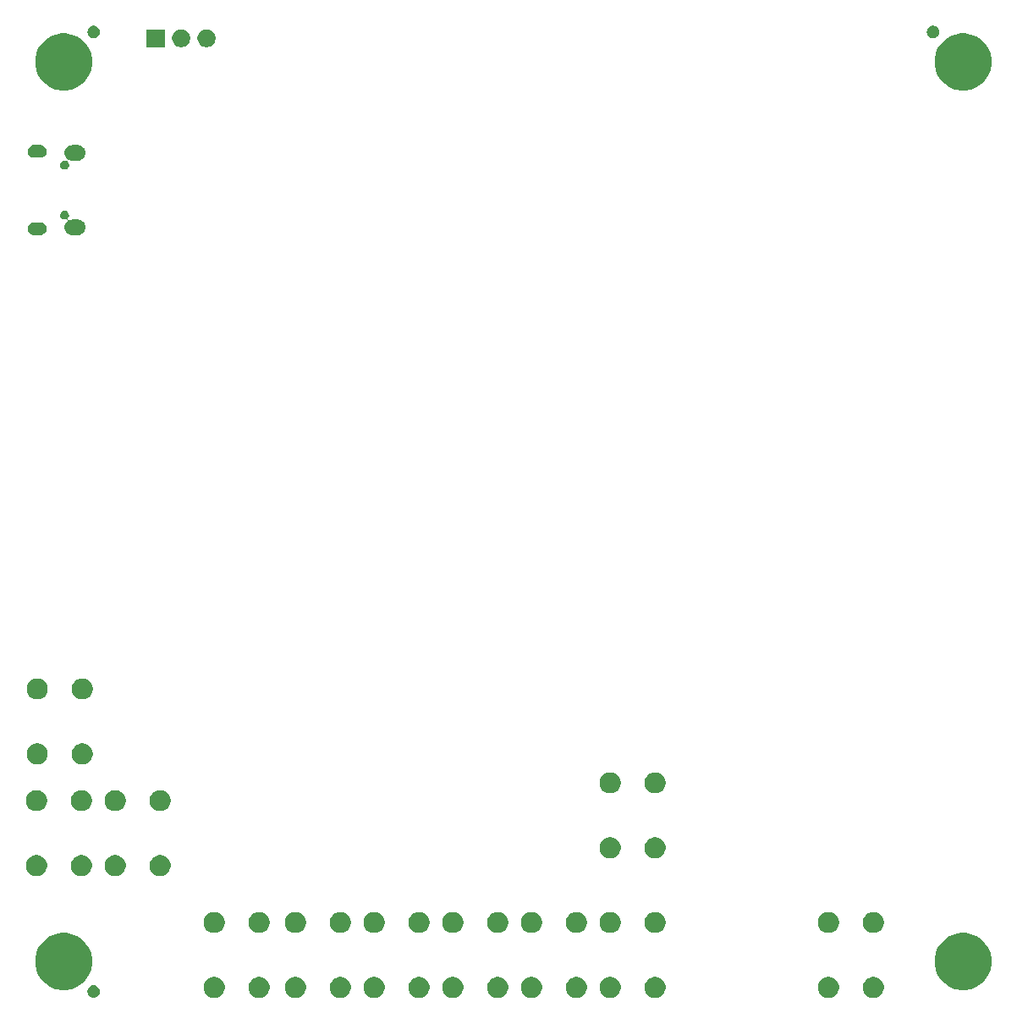
<source format=gbr>
G04 #@! TF.GenerationSoftware,KiCad,Pcbnew,5.1.5+dfsg1-2build2*
G04 #@! TF.CreationDate,2020-11-23T21:05:58+01:00*
G04 #@! TF.ProjectId,Logic_panel_v1,4c6f6769-635f-4706-916e-656c5f76312e,rev?*
G04 #@! TF.SameCoordinates,Original*
G04 #@! TF.FileFunction,Soldermask,Bot*
G04 #@! TF.FilePolarity,Negative*
%FSLAX46Y46*%
G04 Gerber Fmt 4.6, Leading zero omitted, Abs format (unit mm)*
G04 Created by KiCad (PCBNEW 5.1.5+dfsg1-2build2) date 2020-11-23 21:05:58*
%MOMM*%
%LPD*%
G04 APERTURE LIST*
%ADD10C,0.350000*%
G04 APERTURE END LIST*
D10*
G36*
X136336565Y-146577390D02*
G01*
X136527834Y-146656616D01*
X136527836Y-146656617D01*
X136699974Y-146771636D01*
X136846366Y-146918028D01*
X136961386Y-147090168D01*
X137040612Y-147281437D01*
X137081001Y-147484485D01*
X137081001Y-147691517D01*
X137040612Y-147894565D01*
X136970945Y-148062756D01*
X136961385Y-148085836D01*
X136846366Y-148257974D01*
X136699974Y-148404366D01*
X136527836Y-148519385D01*
X136527835Y-148519386D01*
X136527834Y-148519386D01*
X136336565Y-148598612D01*
X136133517Y-148639001D01*
X135926485Y-148639001D01*
X135723437Y-148598612D01*
X135532168Y-148519386D01*
X135532167Y-148519386D01*
X135532166Y-148519385D01*
X135360028Y-148404366D01*
X135213636Y-148257974D01*
X135098617Y-148085836D01*
X135089057Y-148062756D01*
X135019390Y-147894565D01*
X134979001Y-147691517D01*
X134979001Y-147484485D01*
X135019390Y-147281437D01*
X135098616Y-147090168D01*
X135213636Y-146918028D01*
X135360028Y-146771636D01*
X135532166Y-146656617D01*
X135532168Y-146656616D01*
X135723437Y-146577390D01*
X135926485Y-146537001D01*
X136133517Y-146537001D01*
X136336565Y-146577390D01*
G37*
G36*
X109992565Y-146577390D02*
G01*
X110183834Y-146656616D01*
X110183836Y-146656617D01*
X110355974Y-146771636D01*
X110502366Y-146918028D01*
X110617386Y-147090168D01*
X110696612Y-147281437D01*
X110737001Y-147484485D01*
X110737001Y-147691517D01*
X110696612Y-147894565D01*
X110626945Y-148062756D01*
X110617385Y-148085836D01*
X110502366Y-148257974D01*
X110355974Y-148404366D01*
X110183836Y-148519385D01*
X110183835Y-148519386D01*
X110183834Y-148519386D01*
X109992565Y-148598612D01*
X109789517Y-148639001D01*
X109582485Y-148639001D01*
X109379437Y-148598612D01*
X109188168Y-148519386D01*
X109188167Y-148519386D01*
X109188166Y-148519385D01*
X109016028Y-148404366D01*
X108869636Y-148257974D01*
X108754617Y-148085836D01*
X108745057Y-148062756D01*
X108675390Y-147894565D01*
X108635001Y-147691517D01*
X108635001Y-147484485D01*
X108675390Y-147281437D01*
X108754616Y-147090168D01*
X108869636Y-146918028D01*
X109016028Y-146771636D01*
X109188166Y-146656617D01*
X109188168Y-146656616D01*
X109379437Y-146577390D01*
X109582485Y-146537001D01*
X109789517Y-146537001D01*
X109992565Y-146577390D01*
G37*
G36*
X114492565Y-146577390D02*
G01*
X114683834Y-146656616D01*
X114683836Y-146656617D01*
X114855974Y-146771636D01*
X115002366Y-146918028D01*
X115117386Y-147090168D01*
X115196612Y-147281437D01*
X115237001Y-147484485D01*
X115237001Y-147691517D01*
X115196612Y-147894565D01*
X115126945Y-148062756D01*
X115117385Y-148085836D01*
X115002366Y-148257974D01*
X114855974Y-148404366D01*
X114683836Y-148519385D01*
X114683835Y-148519386D01*
X114683834Y-148519386D01*
X114492565Y-148598612D01*
X114289517Y-148639001D01*
X114082485Y-148639001D01*
X113879437Y-148598612D01*
X113688168Y-148519386D01*
X113688167Y-148519386D01*
X113688166Y-148519385D01*
X113516028Y-148404366D01*
X113369636Y-148257974D01*
X113254617Y-148085836D01*
X113245057Y-148062756D01*
X113175390Y-147894565D01*
X113135001Y-147691517D01*
X113135001Y-147484485D01*
X113175390Y-147281437D01*
X113254616Y-147090168D01*
X113369636Y-146918028D01*
X113516028Y-146771636D01*
X113688166Y-146656617D01*
X113688168Y-146656616D01*
X113879437Y-146577390D01*
X114082485Y-146537001D01*
X114289517Y-146537001D01*
X114492565Y-146577390D01*
G37*
G36*
X74868565Y-146577390D02*
G01*
X75059834Y-146656616D01*
X75059836Y-146656617D01*
X75231974Y-146771636D01*
X75378366Y-146918028D01*
X75493386Y-147090168D01*
X75572612Y-147281437D01*
X75613001Y-147484485D01*
X75613001Y-147691517D01*
X75572612Y-147894565D01*
X75502945Y-148062756D01*
X75493385Y-148085836D01*
X75378366Y-148257974D01*
X75231974Y-148404366D01*
X75059836Y-148519385D01*
X75059835Y-148519386D01*
X75059834Y-148519386D01*
X74868565Y-148598612D01*
X74665517Y-148639001D01*
X74458485Y-148639001D01*
X74255437Y-148598612D01*
X74064168Y-148519386D01*
X74064167Y-148519386D01*
X74064166Y-148519385D01*
X73892028Y-148404366D01*
X73745636Y-148257974D01*
X73630617Y-148085836D01*
X73621057Y-148062756D01*
X73551390Y-147894565D01*
X73511001Y-147691517D01*
X73511001Y-147484485D01*
X73551390Y-147281437D01*
X73630616Y-147090168D01*
X73745636Y-146918028D01*
X73892028Y-146771636D01*
X74064166Y-146656617D01*
X74064168Y-146656616D01*
X74255437Y-146577390D01*
X74458485Y-146537001D01*
X74665517Y-146537001D01*
X74868565Y-146577390D01*
G37*
G36*
X70368565Y-146577390D02*
G01*
X70559834Y-146656616D01*
X70559836Y-146656617D01*
X70731974Y-146771636D01*
X70878366Y-146918028D01*
X70993386Y-147090168D01*
X71072612Y-147281437D01*
X71113001Y-147484485D01*
X71113001Y-147691517D01*
X71072612Y-147894565D01*
X71002945Y-148062756D01*
X70993385Y-148085836D01*
X70878366Y-148257974D01*
X70731974Y-148404366D01*
X70559836Y-148519385D01*
X70559835Y-148519386D01*
X70559834Y-148519386D01*
X70368565Y-148598612D01*
X70165517Y-148639001D01*
X69958485Y-148639001D01*
X69755437Y-148598612D01*
X69564168Y-148519386D01*
X69564167Y-148519386D01*
X69564166Y-148519385D01*
X69392028Y-148404366D01*
X69245636Y-148257974D01*
X69130617Y-148085836D01*
X69121057Y-148062756D01*
X69051390Y-147894565D01*
X69011001Y-147691517D01*
X69011001Y-147484485D01*
X69051390Y-147281437D01*
X69130616Y-147090168D01*
X69245636Y-146918028D01*
X69392028Y-146771636D01*
X69564166Y-146656617D01*
X69564168Y-146656616D01*
X69755437Y-146577390D01*
X69958485Y-146537001D01*
X70165517Y-146537001D01*
X70368565Y-146577390D01*
G37*
G36*
X82996565Y-146577390D02*
G01*
X83187834Y-146656616D01*
X83187836Y-146656617D01*
X83359974Y-146771636D01*
X83506366Y-146918028D01*
X83621386Y-147090168D01*
X83700612Y-147281437D01*
X83741001Y-147484485D01*
X83741001Y-147691517D01*
X83700612Y-147894565D01*
X83630945Y-148062756D01*
X83621385Y-148085836D01*
X83506366Y-148257974D01*
X83359974Y-148404366D01*
X83187836Y-148519385D01*
X83187835Y-148519386D01*
X83187834Y-148519386D01*
X82996565Y-148598612D01*
X82793517Y-148639001D01*
X82586485Y-148639001D01*
X82383437Y-148598612D01*
X82192168Y-148519386D01*
X82192167Y-148519386D01*
X82192166Y-148519385D01*
X82020028Y-148404366D01*
X81873636Y-148257974D01*
X81758617Y-148085836D01*
X81749057Y-148062756D01*
X81679390Y-147894565D01*
X81639001Y-147691517D01*
X81639001Y-147484485D01*
X81679390Y-147281437D01*
X81758616Y-147090168D01*
X81873636Y-146918028D01*
X82020028Y-146771636D01*
X82192166Y-146656617D01*
X82192168Y-146656616D01*
X82383437Y-146577390D01*
X82586485Y-146537001D01*
X82793517Y-146537001D01*
X82996565Y-146577390D01*
G37*
G36*
X78496565Y-146577390D02*
G01*
X78687834Y-146656616D01*
X78687836Y-146656617D01*
X78859974Y-146771636D01*
X79006366Y-146918028D01*
X79121386Y-147090168D01*
X79200612Y-147281437D01*
X79241001Y-147484485D01*
X79241001Y-147691517D01*
X79200612Y-147894565D01*
X79130945Y-148062756D01*
X79121385Y-148085836D01*
X79006366Y-148257974D01*
X78859974Y-148404366D01*
X78687836Y-148519385D01*
X78687835Y-148519386D01*
X78687834Y-148519386D01*
X78496565Y-148598612D01*
X78293517Y-148639001D01*
X78086485Y-148639001D01*
X77883437Y-148598612D01*
X77692168Y-148519386D01*
X77692167Y-148519386D01*
X77692166Y-148519385D01*
X77520028Y-148404366D01*
X77373636Y-148257974D01*
X77258617Y-148085836D01*
X77249057Y-148062756D01*
X77179390Y-147894565D01*
X77139001Y-147691517D01*
X77139001Y-147484485D01*
X77179390Y-147281437D01*
X77258616Y-147090168D01*
X77373636Y-146918028D01*
X77520028Y-146771636D01*
X77692166Y-146656617D01*
X77692168Y-146656616D01*
X77883437Y-146577390D01*
X78086485Y-146537001D01*
X78293517Y-146537001D01*
X78496565Y-146577390D01*
G37*
G36*
X90870565Y-146577390D02*
G01*
X91061834Y-146656616D01*
X91061836Y-146656617D01*
X91233974Y-146771636D01*
X91380366Y-146918028D01*
X91495386Y-147090168D01*
X91574612Y-147281437D01*
X91615001Y-147484485D01*
X91615001Y-147691517D01*
X91574612Y-147894565D01*
X91504945Y-148062756D01*
X91495385Y-148085836D01*
X91380366Y-148257974D01*
X91233974Y-148404366D01*
X91061836Y-148519385D01*
X91061835Y-148519386D01*
X91061834Y-148519386D01*
X90870565Y-148598612D01*
X90667517Y-148639001D01*
X90460485Y-148639001D01*
X90257437Y-148598612D01*
X90066168Y-148519386D01*
X90066167Y-148519386D01*
X90066166Y-148519385D01*
X89894028Y-148404366D01*
X89747636Y-148257974D01*
X89632617Y-148085836D01*
X89623057Y-148062756D01*
X89553390Y-147894565D01*
X89513001Y-147691517D01*
X89513001Y-147484485D01*
X89553390Y-147281437D01*
X89632616Y-147090168D01*
X89747636Y-146918028D01*
X89894028Y-146771636D01*
X90066166Y-146656617D01*
X90066168Y-146656616D01*
X90257437Y-146577390D01*
X90460485Y-146537001D01*
X90667517Y-146537001D01*
X90870565Y-146577390D01*
G37*
G36*
X86370565Y-146577390D02*
G01*
X86561834Y-146656616D01*
X86561836Y-146656617D01*
X86733974Y-146771636D01*
X86880366Y-146918028D01*
X86995386Y-147090168D01*
X87074612Y-147281437D01*
X87115001Y-147484485D01*
X87115001Y-147691517D01*
X87074612Y-147894565D01*
X87004945Y-148062756D01*
X86995385Y-148085836D01*
X86880366Y-148257974D01*
X86733974Y-148404366D01*
X86561836Y-148519385D01*
X86561835Y-148519386D01*
X86561834Y-148519386D01*
X86370565Y-148598612D01*
X86167517Y-148639001D01*
X85960485Y-148639001D01*
X85757437Y-148598612D01*
X85566168Y-148519386D01*
X85566167Y-148519386D01*
X85566166Y-148519385D01*
X85394028Y-148404366D01*
X85247636Y-148257974D01*
X85132617Y-148085836D01*
X85123057Y-148062756D01*
X85053390Y-147894565D01*
X85013001Y-147691517D01*
X85013001Y-147484485D01*
X85053390Y-147281437D01*
X85132616Y-147090168D01*
X85247636Y-146918028D01*
X85394028Y-146771636D01*
X85566166Y-146656617D01*
X85566168Y-146656616D01*
X85757437Y-146577390D01*
X85960485Y-146537001D01*
X86167517Y-146537001D01*
X86370565Y-146577390D01*
G37*
G36*
X98744565Y-146577390D02*
G01*
X98935834Y-146656616D01*
X98935836Y-146656617D01*
X99107974Y-146771636D01*
X99254366Y-146918028D01*
X99369386Y-147090168D01*
X99448612Y-147281437D01*
X99489001Y-147484485D01*
X99489001Y-147691517D01*
X99448612Y-147894565D01*
X99378945Y-148062756D01*
X99369385Y-148085836D01*
X99254366Y-148257974D01*
X99107974Y-148404366D01*
X98935836Y-148519385D01*
X98935835Y-148519386D01*
X98935834Y-148519386D01*
X98744565Y-148598612D01*
X98541517Y-148639001D01*
X98334485Y-148639001D01*
X98131437Y-148598612D01*
X97940168Y-148519386D01*
X97940167Y-148519386D01*
X97940166Y-148519385D01*
X97768028Y-148404366D01*
X97621636Y-148257974D01*
X97506617Y-148085836D01*
X97497057Y-148062756D01*
X97427390Y-147894565D01*
X97387001Y-147691517D01*
X97387001Y-147484485D01*
X97427390Y-147281437D01*
X97506616Y-147090168D01*
X97621636Y-146918028D01*
X97768028Y-146771636D01*
X97940166Y-146656617D01*
X97940168Y-146656616D01*
X98131437Y-146577390D01*
X98334485Y-146537001D01*
X98541517Y-146537001D01*
X98744565Y-146577390D01*
G37*
G36*
X94244565Y-146577390D02*
G01*
X94435834Y-146656616D01*
X94435836Y-146656617D01*
X94607974Y-146771636D01*
X94754366Y-146918028D01*
X94869386Y-147090168D01*
X94948612Y-147281437D01*
X94989001Y-147484485D01*
X94989001Y-147691517D01*
X94948612Y-147894565D01*
X94878945Y-148062756D01*
X94869385Y-148085836D01*
X94754366Y-148257974D01*
X94607974Y-148404366D01*
X94435836Y-148519385D01*
X94435835Y-148519386D01*
X94435834Y-148519386D01*
X94244565Y-148598612D01*
X94041517Y-148639001D01*
X93834485Y-148639001D01*
X93631437Y-148598612D01*
X93440168Y-148519386D01*
X93440167Y-148519386D01*
X93440166Y-148519385D01*
X93268028Y-148404366D01*
X93121636Y-148257974D01*
X93006617Y-148085836D01*
X92997057Y-148062756D01*
X92927390Y-147894565D01*
X92887001Y-147691517D01*
X92887001Y-147484485D01*
X92927390Y-147281437D01*
X93006616Y-147090168D01*
X93121636Y-146918028D01*
X93268028Y-146771636D01*
X93440166Y-146656617D01*
X93440168Y-146656616D01*
X93631437Y-146577390D01*
X93834485Y-146537001D01*
X94041517Y-146537001D01*
X94244565Y-146577390D01*
G37*
G36*
X106618565Y-146577390D02*
G01*
X106809834Y-146656616D01*
X106809836Y-146656617D01*
X106981974Y-146771636D01*
X107128366Y-146918028D01*
X107243386Y-147090168D01*
X107322612Y-147281437D01*
X107363001Y-147484485D01*
X107363001Y-147691517D01*
X107322612Y-147894565D01*
X107252945Y-148062756D01*
X107243385Y-148085836D01*
X107128366Y-148257974D01*
X106981974Y-148404366D01*
X106809836Y-148519385D01*
X106809835Y-148519386D01*
X106809834Y-148519386D01*
X106618565Y-148598612D01*
X106415517Y-148639001D01*
X106208485Y-148639001D01*
X106005437Y-148598612D01*
X105814168Y-148519386D01*
X105814167Y-148519386D01*
X105814166Y-148519385D01*
X105642028Y-148404366D01*
X105495636Y-148257974D01*
X105380617Y-148085836D01*
X105371057Y-148062756D01*
X105301390Y-147894565D01*
X105261001Y-147691517D01*
X105261001Y-147484485D01*
X105301390Y-147281437D01*
X105380616Y-147090168D01*
X105495636Y-146918028D01*
X105642028Y-146771636D01*
X105814166Y-146656617D01*
X105814168Y-146656616D01*
X106005437Y-146577390D01*
X106208485Y-146537001D01*
X106415517Y-146537001D01*
X106618565Y-146577390D01*
G37*
G36*
X102118565Y-146577390D02*
G01*
X102309834Y-146656616D01*
X102309836Y-146656617D01*
X102481974Y-146771636D01*
X102628366Y-146918028D01*
X102743386Y-147090168D01*
X102822612Y-147281437D01*
X102863001Y-147484485D01*
X102863001Y-147691517D01*
X102822612Y-147894565D01*
X102752945Y-148062756D01*
X102743385Y-148085836D01*
X102628366Y-148257974D01*
X102481974Y-148404366D01*
X102309836Y-148519385D01*
X102309835Y-148519386D01*
X102309834Y-148519386D01*
X102118565Y-148598612D01*
X101915517Y-148639001D01*
X101708485Y-148639001D01*
X101505437Y-148598612D01*
X101314168Y-148519386D01*
X101314167Y-148519386D01*
X101314166Y-148519385D01*
X101142028Y-148404366D01*
X100995636Y-148257974D01*
X100880617Y-148085836D01*
X100871057Y-148062756D01*
X100801390Y-147894565D01*
X100761001Y-147691517D01*
X100761001Y-147484485D01*
X100801390Y-147281437D01*
X100880616Y-147090168D01*
X100995636Y-146918028D01*
X101142028Y-146771636D01*
X101314166Y-146656617D01*
X101314168Y-146656616D01*
X101505437Y-146577390D01*
X101708485Y-146537001D01*
X101915517Y-146537001D01*
X102118565Y-146577390D01*
G37*
G36*
X131836565Y-146577390D02*
G01*
X132027834Y-146656616D01*
X132027836Y-146656617D01*
X132199974Y-146771636D01*
X132346366Y-146918028D01*
X132461386Y-147090168D01*
X132540612Y-147281437D01*
X132581001Y-147484485D01*
X132581001Y-147691517D01*
X132540612Y-147894565D01*
X132470945Y-148062756D01*
X132461385Y-148085836D01*
X132346366Y-148257974D01*
X132199974Y-148404366D01*
X132027836Y-148519385D01*
X132027835Y-148519386D01*
X132027834Y-148519386D01*
X131836565Y-148598612D01*
X131633517Y-148639001D01*
X131426485Y-148639001D01*
X131223437Y-148598612D01*
X131032168Y-148519386D01*
X131032167Y-148519386D01*
X131032166Y-148519385D01*
X130860028Y-148404366D01*
X130713636Y-148257974D01*
X130598617Y-148085836D01*
X130589057Y-148062756D01*
X130519390Y-147894565D01*
X130479001Y-147691517D01*
X130479001Y-147484485D01*
X130519390Y-147281437D01*
X130598616Y-147090168D01*
X130713636Y-146918028D01*
X130860028Y-146771636D01*
X131032166Y-146656617D01*
X131032168Y-146656616D01*
X131223437Y-146577390D01*
X131426485Y-146537001D01*
X131633517Y-146537001D01*
X131836565Y-146577390D01*
G37*
G36*
X58121322Y-147386049D02*
G01*
X58181889Y-147398096D01*
X58238943Y-147421729D01*
X58295997Y-147445361D01*
X58398687Y-147513976D01*
X58486025Y-147601314D01*
X58554640Y-147704004D01*
X58601905Y-147818113D01*
X58626000Y-147939246D01*
X58626000Y-148062756D01*
X58601905Y-148183889D01*
X58554640Y-148297998D01*
X58486025Y-148400688D01*
X58398687Y-148488026D01*
X58295997Y-148556641D01*
X58238943Y-148580273D01*
X58181889Y-148603906D01*
X58121321Y-148615954D01*
X58060755Y-148628001D01*
X57937245Y-148628001D01*
X57876679Y-148615954D01*
X57816111Y-148603906D01*
X57759057Y-148580273D01*
X57702003Y-148556641D01*
X57599313Y-148488026D01*
X57511975Y-148400688D01*
X57443360Y-148297998D01*
X57396095Y-148183889D01*
X57372000Y-148062756D01*
X57372000Y-147939246D01*
X57396095Y-147818113D01*
X57443360Y-147704004D01*
X57511975Y-147601314D01*
X57599313Y-147513976D01*
X57702003Y-147445361D01*
X57759057Y-147421729D01*
X57816111Y-147398096D01*
X57876678Y-147386049D01*
X57937245Y-147374001D01*
X58060755Y-147374001D01*
X58121322Y-147386049D01*
G37*
G36*
X55556203Y-142203782D02*
G01*
X55831607Y-142258563D01*
X56350456Y-142473477D01*
X56817408Y-142785485D01*
X57214517Y-143182594D01*
X57526525Y-143649546D01*
X57741439Y-144168395D01*
X57851001Y-144719202D01*
X57851001Y-145280800D01*
X57741439Y-145831607D01*
X57526525Y-146350456D01*
X57214517Y-146817408D01*
X56817408Y-147214517D01*
X56350456Y-147526525D01*
X55831607Y-147741439D01*
X55556203Y-147796220D01*
X55280801Y-147851001D01*
X54719201Y-147851001D01*
X54443799Y-147796220D01*
X54168395Y-147741439D01*
X53649546Y-147526525D01*
X53182594Y-147214517D01*
X52785485Y-146817408D01*
X52473477Y-146350456D01*
X52258563Y-145831607D01*
X52149001Y-145280800D01*
X52149001Y-144719202D01*
X52258563Y-144168395D01*
X52473477Y-143649546D01*
X52785485Y-143182594D01*
X53182594Y-142785485D01*
X53649546Y-142473477D01*
X54168395Y-142258563D01*
X54443799Y-142203782D01*
X54719201Y-142149001D01*
X55280801Y-142149001D01*
X55556203Y-142203782D01*
G37*
G36*
X145556203Y-142203782D02*
G01*
X145831607Y-142258563D01*
X146350456Y-142473477D01*
X146817408Y-142785485D01*
X147214517Y-143182594D01*
X147526525Y-143649546D01*
X147741439Y-144168395D01*
X147851001Y-144719202D01*
X147851001Y-145280800D01*
X147741439Y-145831607D01*
X147526525Y-146350456D01*
X147214517Y-146817408D01*
X146817408Y-147214517D01*
X146350456Y-147526525D01*
X145831607Y-147741439D01*
X145556203Y-147796220D01*
X145280801Y-147851001D01*
X144719201Y-147851001D01*
X144443799Y-147796220D01*
X144168395Y-147741439D01*
X143649546Y-147526525D01*
X143182594Y-147214517D01*
X142785485Y-146817408D01*
X142473477Y-146350456D01*
X142258563Y-145831607D01*
X142149001Y-145280800D01*
X142149001Y-144719202D01*
X142258563Y-144168395D01*
X142473477Y-143649546D01*
X142785485Y-143182594D01*
X143182594Y-142785485D01*
X143649546Y-142473477D01*
X144168395Y-142258563D01*
X144443799Y-142203782D01*
X144719201Y-142149001D01*
X145280801Y-142149001D01*
X145556203Y-142203782D01*
G37*
G36*
X109992565Y-140077390D02*
G01*
X110183834Y-140156616D01*
X110183836Y-140156617D01*
X110355974Y-140271636D01*
X110502366Y-140418028D01*
X110617386Y-140590168D01*
X110696612Y-140781437D01*
X110737001Y-140984485D01*
X110737001Y-141191517D01*
X110696612Y-141394565D01*
X110617386Y-141585834D01*
X110617385Y-141585836D01*
X110502366Y-141757974D01*
X110355974Y-141904366D01*
X110183836Y-142019385D01*
X110183835Y-142019386D01*
X110183834Y-142019386D01*
X109992565Y-142098612D01*
X109789517Y-142139001D01*
X109582485Y-142139001D01*
X109379437Y-142098612D01*
X109188168Y-142019386D01*
X109188167Y-142019386D01*
X109188166Y-142019385D01*
X109016028Y-141904366D01*
X108869636Y-141757974D01*
X108754617Y-141585836D01*
X108754616Y-141585834D01*
X108675390Y-141394565D01*
X108635001Y-141191517D01*
X108635001Y-140984485D01*
X108675390Y-140781437D01*
X108754616Y-140590168D01*
X108869636Y-140418028D01*
X109016028Y-140271636D01*
X109188166Y-140156617D01*
X109188168Y-140156616D01*
X109379437Y-140077390D01*
X109582485Y-140037001D01*
X109789517Y-140037001D01*
X109992565Y-140077390D01*
G37*
G36*
X106618565Y-140077390D02*
G01*
X106809834Y-140156616D01*
X106809836Y-140156617D01*
X106981974Y-140271636D01*
X107128366Y-140418028D01*
X107243386Y-140590168D01*
X107322612Y-140781437D01*
X107363001Y-140984485D01*
X107363001Y-141191517D01*
X107322612Y-141394565D01*
X107243386Y-141585834D01*
X107243385Y-141585836D01*
X107128366Y-141757974D01*
X106981974Y-141904366D01*
X106809836Y-142019385D01*
X106809835Y-142019386D01*
X106809834Y-142019386D01*
X106618565Y-142098612D01*
X106415517Y-142139001D01*
X106208485Y-142139001D01*
X106005437Y-142098612D01*
X105814168Y-142019386D01*
X105814167Y-142019386D01*
X105814166Y-142019385D01*
X105642028Y-141904366D01*
X105495636Y-141757974D01*
X105380617Y-141585836D01*
X105380616Y-141585834D01*
X105301390Y-141394565D01*
X105261001Y-141191517D01*
X105261001Y-140984485D01*
X105301390Y-140781437D01*
X105380616Y-140590168D01*
X105495636Y-140418028D01*
X105642028Y-140271636D01*
X105814166Y-140156617D01*
X105814168Y-140156616D01*
X106005437Y-140077390D01*
X106208485Y-140037001D01*
X106415517Y-140037001D01*
X106618565Y-140077390D01*
G37*
G36*
X94244565Y-140077390D02*
G01*
X94435834Y-140156616D01*
X94435836Y-140156617D01*
X94607974Y-140271636D01*
X94754366Y-140418028D01*
X94869386Y-140590168D01*
X94948612Y-140781437D01*
X94989001Y-140984485D01*
X94989001Y-141191517D01*
X94948612Y-141394565D01*
X94869386Y-141585834D01*
X94869385Y-141585836D01*
X94754366Y-141757974D01*
X94607974Y-141904366D01*
X94435836Y-142019385D01*
X94435835Y-142019386D01*
X94435834Y-142019386D01*
X94244565Y-142098612D01*
X94041517Y-142139001D01*
X93834485Y-142139001D01*
X93631437Y-142098612D01*
X93440168Y-142019386D01*
X93440167Y-142019386D01*
X93440166Y-142019385D01*
X93268028Y-141904366D01*
X93121636Y-141757974D01*
X93006617Y-141585836D01*
X93006616Y-141585834D01*
X92927390Y-141394565D01*
X92887001Y-141191517D01*
X92887001Y-140984485D01*
X92927390Y-140781437D01*
X93006616Y-140590168D01*
X93121636Y-140418028D01*
X93268028Y-140271636D01*
X93440166Y-140156617D01*
X93440168Y-140156616D01*
X93631437Y-140077390D01*
X93834485Y-140037001D01*
X94041517Y-140037001D01*
X94244565Y-140077390D01*
G37*
G36*
X98744565Y-140077390D02*
G01*
X98935834Y-140156616D01*
X98935836Y-140156617D01*
X99107974Y-140271636D01*
X99254366Y-140418028D01*
X99369386Y-140590168D01*
X99448612Y-140781437D01*
X99489001Y-140984485D01*
X99489001Y-141191517D01*
X99448612Y-141394565D01*
X99369386Y-141585834D01*
X99369385Y-141585836D01*
X99254366Y-141757974D01*
X99107974Y-141904366D01*
X98935836Y-142019385D01*
X98935835Y-142019386D01*
X98935834Y-142019386D01*
X98744565Y-142098612D01*
X98541517Y-142139001D01*
X98334485Y-142139001D01*
X98131437Y-142098612D01*
X97940168Y-142019386D01*
X97940167Y-142019386D01*
X97940166Y-142019385D01*
X97768028Y-141904366D01*
X97621636Y-141757974D01*
X97506617Y-141585836D01*
X97506616Y-141585834D01*
X97427390Y-141394565D01*
X97387001Y-141191517D01*
X97387001Y-140984485D01*
X97427390Y-140781437D01*
X97506616Y-140590168D01*
X97621636Y-140418028D01*
X97768028Y-140271636D01*
X97940166Y-140156617D01*
X97940168Y-140156616D01*
X98131437Y-140077390D01*
X98334485Y-140037001D01*
X98541517Y-140037001D01*
X98744565Y-140077390D01*
G37*
G36*
X86370565Y-140077390D02*
G01*
X86561834Y-140156616D01*
X86561836Y-140156617D01*
X86733974Y-140271636D01*
X86880366Y-140418028D01*
X86995386Y-140590168D01*
X87074612Y-140781437D01*
X87115001Y-140984485D01*
X87115001Y-141191517D01*
X87074612Y-141394565D01*
X86995386Y-141585834D01*
X86995385Y-141585836D01*
X86880366Y-141757974D01*
X86733974Y-141904366D01*
X86561836Y-142019385D01*
X86561835Y-142019386D01*
X86561834Y-142019386D01*
X86370565Y-142098612D01*
X86167517Y-142139001D01*
X85960485Y-142139001D01*
X85757437Y-142098612D01*
X85566168Y-142019386D01*
X85566167Y-142019386D01*
X85566166Y-142019385D01*
X85394028Y-141904366D01*
X85247636Y-141757974D01*
X85132617Y-141585836D01*
X85132616Y-141585834D01*
X85053390Y-141394565D01*
X85013001Y-141191517D01*
X85013001Y-140984485D01*
X85053390Y-140781437D01*
X85132616Y-140590168D01*
X85247636Y-140418028D01*
X85394028Y-140271636D01*
X85566166Y-140156617D01*
X85566168Y-140156616D01*
X85757437Y-140077390D01*
X85960485Y-140037001D01*
X86167517Y-140037001D01*
X86370565Y-140077390D01*
G37*
G36*
X90870565Y-140077390D02*
G01*
X91061834Y-140156616D01*
X91061836Y-140156617D01*
X91233974Y-140271636D01*
X91380366Y-140418028D01*
X91495386Y-140590168D01*
X91574612Y-140781437D01*
X91615001Y-140984485D01*
X91615001Y-141191517D01*
X91574612Y-141394565D01*
X91495386Y-141585834D01*
X91495385Y-141585836D01*
X91380366Y-141757974D01*
X91233974Y-141904366D01*
X91061836Y-142019385D01*
X91061835Y-142019386D01*
X91061834Y-142019386D01*
X90870565Y-142098612D01*
X90667517Y-142139001D01*
X90460485Y-142139001D01*
X90257437Y-142098612D01*
X90066168Y-142019386D01*
X90066167Y-142019386D01*
X90066166Y-142019385D01*
X89894028Y-141904366D01*
X89747636Y-141757974D01*
X89632617Y-141585836D01*
X89632616Y-141585834D01*
X89553390Y-141394565D01*
X89513001Y-141191517D01*
X89513001Y-140984485D01*
X89553390Y-140781437D01*
X89632616Y-140590168D01*
X89747636Y-140418028D01*
X89894028Y-140271636D01*
X90066166Y-140156617D01*
X90066168Y-140156616D01*
X90257437Y-140077390D01*
X90460485Y-140037001D01*
X90667517Y-140037001D01*
X90870565Y-140077390D01*
G37*
G36*
X78496565Y-140077390D02*
G01*
X78687834Y-140156616D01*
X78687836Y-140156617D01*
X78859974Y-140271636D01*
X79006366Y-140418028D01*
X79121386Y-140590168D01*
X79200612Y-140781437D01*
X79241001Y-140984485D01*
X79241001Y-141191517D01*
X79200612Y-141394565D01*
X79121386Y-141585834D01*
X79121385Y-141585836D01*
X79006366Y-141757974D01*
X78859974Y-141904366D01*
X78687836Y-142019385D01*
X78687835Y-142019386D01*
X78687834Y-142019386D01*
X78496565Y-142098612D01*
X78293517Y-142139001D01*
X78086485Y-142139001D01*
X77883437Y-142098612D01*
X77692168Y-142019386D01*
X77692167Y-142019386D01*
X77692166Y-142019385D01*
X77520028Y-141904366D01*
X77373636Y-141757974D01*
X77258617Y-141585836D01*
X77258616Y-141585834D01*
X77179390Y-141394565D01*
X77139001Y-141191517D01*
X77139001Y-140984485D01*
X77179390Y-140781437D01*
X77258616Y-140590168D01*
X77373636Y-140418028D01*
X77520028Y-140271636D01*
X77692166Y-140156617D01*
X77692168Y-140156616D01*
X77883437Y-140077390D01*
X78086485Y-140037001D01*
X78293517Y-140037001D01*
X78496565Y-140077390D01*
G37*
G36*
X82996565Y-140077390D02*
G01*
X83187834Y-140156616D01*
X83187836Y-140156617D01*
X83359974Y-140271636D01*
X83506366Y-140418028D01*
X83621386Y-140590168D01*
X83700612Y-140781437D01*
X83741001Y-140984485D01*
X83741001Y-141191517D01*
X83700612Y-141394565D01*
X83621386Y-141585834D01*
X83621385Y-141585836D01*
X83506366Y-141757974D01*
X83359974Y-141904366D01*
X83187836Y-142019385D01*
X83187835Y-142019386D01*
X83187834Y-142019386D01*
X82996565Y-142098612D01*
X82793517Y-142139001D01*
X82586485Y-142139001D01*
X82383437Y-142098612D01*
X82192168Y-142019386D01*
X82192167Y-142019386D01*
X82192166Y-142019385D01*
X82020028Y-141904366D01*
X81873636Y-141757974D01*
X81758617Y-141585836D01*
X81758616Y-141585834D01*
X81679390Y-141394565D01*
X81639001Y-141191517D01*
X81639001Y-140984485D01*
X81679390Y-140781437D01*
X81758616Y-140590168D01*
X81873636Y-140418028D01*
X82020028Y-140271636D01*
X82192166Y-140156617D01*
X82192168Y-140156616D01*
X82383437Y-140077390D01*
X82586485Y-140037001D01*
X82793517Y-140037001D01*
X82996565Y-140077390D01*
G37*
G36*
X74868565Y-140077390D02*
G01*
X75059834Y-140156616D01*
X75059836Y-140156617D01*
X75231974Y-140271636D01*
X75378366Y-140418028D01*
X75493386Y-140590168D01*
X75572612Y-140781437D01*
X75613001Y-140984485D01*
X75613001Y-141191517D01*
X75572612Y-141394565D01*
X75493386Y-141585834D01*
X75493385Y-141585836D01*
X75378366Y-141757974D01*
X75231974Y-141904366D01*
X75059836Y-142019385D01*
X75059835Y-142019386D01*
X75059834Y-142019386D01*
X74868565Y-142098612D01*
X74665517Y-142139001D01*
X74458485Y-142139001D01*
X74255437Y-142098612D01*
X74064168Y-142019386D01*
X74064167Y-142019386D01*
X74064166Y-142019385D01*
X73892028Y-141904366D01*
X73745636Y-141757974D01*
X73630617Y-141585836D01*
X73630616Y-141585834D01*
X73551390Y-141394565D01*
X73511001Y-141191517D01*
X73511001Y-140984485D01*
X73551390Y-140781437D01*
X73630616Y-140590168D01*
X73745636Y-140418028D01*
X73892028Y-140271636D01*
X74064166Y-140156617D01*
X74064168Y-140156616D01*
X74255437Y-140077390D01*
X74458485Y-140037001D01*
X74665517Y-140037001D01*
X74868565Y-140077390D01*
G37*
G36*
X114492565Y-140077390D02*
G01*
X114683834Y-140156616D01*
X114683836Y-140156617D01*
X114855974Y-140271636D01*
X115002366Y-140418028D01*
X115117386Y-140590168D01*
X115196612Y-140781437D01*
X115237001Y-140984485D01*
X115237001Y-141191517D01*
X115196612Y-141394565D01*
X115117386Y-141585834D01*
X115117385Y-141585836D01*
X115002366Y-141757974D01*
X114855974Y-141904366D01*
X114683836Y-142019385D01*
X114683835Y-142019386D01*
X114683834Y-142019386D01*
X114492565Y-142098612D01*
X114289517Y-142139001D01*
X114082485Y-142139001D01*
X113879437Y-142098612D01*
X113688168Y-142019386D01*
X113688167Y-142019386D01*
X113688166Y-142019385D01*
X113516028Y-141904366D01*
X113369636Y-141757974D01*
X113254617Y-141585836D01*
X113254616Y-141585834D01*
X113175390Y-141394565D01*
X113135001Y-141191517D01*
X113135001Y-140984485D01*
X113175390Y-140781437D01*
X113254616Y-140590168D01*
X113369636Y-140418028D01*
X113516028Y-140271636D01*
X113688166Y-140156617D01*
X113688168Y-140156616D01*
X113879437Y-140077390D01*
X114082485Y-140037001D01*
X114289517Y-140037001D01*
X114492565Y-140077390D01*
G37*
G36*
X70368565Y-140077390D02*
G01*
X70559834Y-140156616D01*
X70559836Y-140156617D01*
X70731974Y-140271636D01*
X70878366Y-140418028D01*
X70993386Y-140590168D01*
X71072612Y-140781437D01*
X71113001Y-140984485D01*
X71113001Y-141191517D01*
X71072612Y-141394565D01*
X70993386Y-141585834D01*
X70993385Y-141585836D01*
X70878366Y-141757974D01*
X70731974Y-141904366D01*
X70559836Y-142019385D01*
X70559835Y-142019386D01*
X70559834Y-142019386D01*
X70368565Y-142098612D01*
X70165517Y-142139001D01*
X69958485Y-142139001D01*
X69755437Y-142098612D01*
X69564168Y-142019386D01*
X69564167Y-142019386D01*
X69564166Y-142019385D01*
X69392028Y-141904366D01*
X69245636Y-141757974D01*
X69130617Y-141585836D01*
X69130616Y-141585834D01*
X69051390Y-141394565D01*
X69011001Y-141191517D01*
X69011001Y-140984485D01*
X69051390Y-140781437D01*
X69130616Y-140590168D01*
X69245636Y-140418028D01*
X69392028Y-140271636D01*
X69564166Y-140156617D01*
X69564168Y-140156616D01*
X69755437Y-140077390D01*
X69958485Y-140037001D01*
X70165517Y-140037001D01*
X70368565Y-140077390D01*
G37*
G36*
X102118565Y-140077390D02*
G01*
X102309834Y-140156616D01*
X102309836Y-140156617D01*
X102481974Y-140271636D01*
X102628366Y-140418028D01*
X102743386Y-140590168D01*
X102822612Y-140781437D01*
X102863001Y-140984485D01*
X102863001Y-141191517D01*
X102822612Y-141394565D01*
X102743386Y-141585834D01*
X102743385Y-141585836D01*
X102628366Y-141757974D01*
X102481974Y-141904366D01*
X102309836Y-142019385D01*
X102309835Y-142019386D01*
X102309834Y-142019386D01*
X102118565Y-142098612D01*
X101915517Y-142139001D01*
X101708485Y-142139001D01*
X101505437Y-142098612D01*
X101314168Y-142019386D01*
X101314167Y-142019386D01*
X101314166Y-142019385D01*
X101142028Y-141904366D01*
X100995636Y-141757974D01*
X100880617Y-141585836D01*
X100880616Y-141585834D01*
X100801390Y-141394565D01*
X100761001Y-141191517D01*
X100761001Y-140984485D01*
X100801390Y-140781437D01*
X100880616Y-140590168D01*
X100995636Y-140418028D01*
X101142028Y-140271636D01*
X101314166Y-140156617D01*
X101314168Y-140156616D01*
X101505437Y-140077390D01*
X101708485Y-140037001D01*
X101915517Y-140037001D01*
X102118565Y-140077390D01*
G37*
G36*
X131836565Y-140077390D02*
G01*
X132027834Y-140156616D01*
X132027836Y-140156617D01*
X132199974Y-140271636D01*
X132346366Y-140418028D01*
X132461386Y-140590168D01*
X132540612Y-140781437D01*
X132581001Y-140984485D01*
X132581001Y-141191517D01*
X132540612Y-141394565D01*
X132461386Y-141585834D01*
X132461385Y-141585836D01*
X132346366Y-141757974D01*
X132199974Y-141904366D01*
X132027836Y-142019385D01*
X132027835Y-142019386D01*
X132027834Y-142019386D01*
X131836565Y-142098612D01*
X131633517Y-142139001D01*
X131426485Y-142139001D01*
X131223437Y-142098612D01*
X131032168Y-142019386D01*
X131032167Y-142019386D01*
X131032166Y-142019385D01*
X130860028Y-141904366D01*
X130713636Y-141757974D01*
X130598617Y-141585836D01*
X130598616Y-141585834D01*
X130519390Y-141394565D01*
X130479001Y-141191517D01*
X130479001Y-140984485D01*
X130519390Y-140781437D01*
X130598616Y-140590168D01*
X130713636Y-140418028D01*
X130860028Y-140271636D01*
X131032166Y-140156617D01*
X131032168Y-140156616D01*
X131223437Y-140077390D01*
X131426485Y-140037001D01*
X131633517Y-140037001D01*
X131836565Y-140077390D01*
G37*
G36*
X136336565Y-140077390D02*
G01*
X136527834Y-140156616D01*
X136527836Y-140156617D01*
X136699974Y-140271636D01*
X136846366Y-140418028D01*
X136961386Y-140590168D01*
X137040612Y-140781437D01*
X137081001Y-140984485D01*
X137081001Y-141191517D01*
X137040612Y-141394565D01*
X136961386Y-141585834D01*
X136961385Y-141585836D01*
X136846366Y-141757974D01*
X136699974Y-141904366D01*
X136527836Y-142019385D01*
X136527835Y-142019386D01*
X136527834Y-142019386D01*
X136336565Y-142098612D01*
X136133517Y-142139001D01*
X135926485Y-142139001D01*
X135723437Y-142098612D01*
X135532168Y-142019386D01*
X135532167Y-142019386D01*
X135532166Y-142019385D01*
X135360028Y-141904366D01*
X135213636Y-141757974D01*
X135098617Y-141585836D01*
X135098616Y-141585834D01*
X135019390Y-141394565D01*
X134979001Y-141191517D01*
X134979001Y-140984485D01*
X135019390Y-140781437D01*
X135098616Y-140590168D01*
X135213636Y-140418028D01*
X135360028Y-140271636D01*
X135532166Y-140156617D01*
X135532168Y-140156616D01*
X135723437Y-140077390D01*
X135926485Y-140037001D01*
X136133517Y-140037001D01*
X136336565Y-140077390D01*
G37*
G36*
X52588565Y-134385390D02*
G01*
X52779834Y-134464616D01*
X52779836Y-134464617D01*
X52906700Y-134549385D01*
X52951974Y-134579636D01*
X53098366Y-134726028D01*
X53213386Y-134898168D01*
X53292612Y-135089437D01*
X53333001Y-135292485D01*
X53333001Y-135499517D01*
X53292612Y-135702565D01*
X53213386Y-135893834D01*
X53213385Y-135893836D01*
X53098366Y-136065974D01*
X52951974Y-136212366D01*
X52779836Y-136327385D01*
X52779835Y-136327386D01*
X52779834Y-136327386D01*
X52588565Y-136406612D01*
X52385517Y-136447001D01*
X52178485Y-136447001D01*
X51975437Y-136406612D01*
X51784168Y-136327386D01*
X51784167Y-136327386D01*
X51784166Y-136327385D01*
X51612028Y-136212366D01*
X51465636Y-136065974D01*
X51350617Y-135893836D01*
X51350616Y-135893834D01*
X51271390Y-135702565D01*
X51231001Y-135499517D01*
X51231001Y-135292485D01*
X51271390Y-135089437D01*
X51350616Y-134898168D01*
X51465636Y-134726028D01*
X51612028Y-134579636D01*
X51657302Y-134549385D01*
X51784166Y-134464617D01*
X51784168Y-134464616D01*
X51975437Y-134385390D01*
X52178485Y-134345001D01*
X52385517Y-134345001D01*
X52588565Y-134385390D01*
G37*
G36*
X64962565Y-134385390D02*
G01*
X65153834Y-134464616D01*
X65153836Y-134464617D01*
X65280700Y-134549385D01*
X65325974Y-134579636D01*
X65472366Y-134726028D01*
X65587386Y-134898168D01*
X65666612Y-135089437D01*
X65707001Y-135292485D01*
X65707001Y-135499517D01*
X65666612Y-135702565D01*
X65587386Y-135893834D01*
X65587385Y-135893836D01*
X65472366Y-136065974D01*
X65325974Y-136212366D01*
X65153836Y-136327385D01*
X65153835Y-136327386D01*
X65153834Y-136327386D01*
X64962565Y-136406612D01*
X64759517Y-136447001D01*
X64552485Y-136447001D01*
X64349437Y-136406612D01*
X64158168Y-136327386D01*
X64158167Y-136327386D01*
X64158166Y-136327385D01*
X63986028Y-136212366D01*
X63839636Y-136065974D01*
X63724617Y-135893836D01*
X63724616Y-135893834D01*
X63645390Y-135702565D01*
X63605001Y-135499517D01*
X63605001Y-135292485D01*
X63645390Y-135089437D01*
X63724616Y-134898168D01*
X63839636Y-134726028D01*
X63986028Y-134579636D01*
X64031302Y-134549385D01*
X64158166Y-134464617D01*
X64158168Y-134464616D01*
X64349437Y-134385390D01*
X64552485Y-134345001D01*
X64759517Y-134345001D01*
X64962565Y-134385390D01*
G37*
G36*
X57088565Y-134385390D02*
G01*
X57279834Y-134464616D01*
X57279836Y-134464617D01*
X57406700Y-134549385D01*
X57451974Y-134579636D01*
X57598366Y-134726028D01*
X57713386Y-134898168D01*
X57792612Y-135089437D01*
X57833001Y-135292485D01*
X57833001Y-135499517D01*
X57792612Y-135702565D01*
X57713386Y-135893834D01*
X57713385Y-135893836D01*
X57598366Y-136065974D01*
X57451974Y-136212366D01*
X57279836Y-136327385D01*
X57279835Y-136327386D01*
X57279834Y-136327386D01*
X57088565Y-136406612D01*
X56885517Y-136447001D01*
X56678485Y-136447001D01*
X56475437Y-136406612D01*
X56284168Y-136327386D01*
X56284167Y-136327386D01*
X56284166Y-136327385D01*
X56112028Y-136212366D01*
X55965636Y-136065974D01*
X55850617Y-135893836D01*
X55850616Y-135893834D01*
X55771390Y-135702565D01*
X55731001Y-135499517D01*
X55731001Y-135292485D01*
X55771390Y-135089437D01*
X55850616Y-134898168D01*
X55965636Y-134726028D01*
X56112028Y-134579636D01*
X56157302Y-134549385D01*
X56284166Y-134464617D01*
X56284168Y-134464616D01*
X56475437Y-134385390D01*
X56678485Y-134345001D01*
X56885517Y-134345001D01*
X57088565Y-134385390D01*
G37*
G36*
X60462565Y-134385390D02*
G01*
X60653834Y-134464616D01*
X60653836Y-134464617D01*
X60780700Y-134549385D01*
X60825974Y-134579636D01*
X60972366Y-134726028D01*
X61087386Y-134898168D01*
X61166612Y-135089437D01*
X61207001Y-135292485D01*
X61207001Y-135499517D01*
X61166612Y-135702565D01*
X61087386Y-135893834D01*
X61087385Y-135893836D01*
X60972366Y-136065974D01*
X60825974Y-136212366D01*
X60653836Y-136327385D01*
X60653835Y-136327386D01*
X60653834Y-136327386D01*
X60462565Y-136406612D01*
X60259517Y-136447001D01*
X60052485Y-136447001D01*
X59849437Y-136406612D01*
X59658168Y-136327386D01*
X59658167Y-136327386D01*
X59658166Y-136327385D01*
X59486028Y-136212366D01*
X59339636Y-136065974D01*
X59224617Y-135893836D01*
X59224616Y-135893834D01*
X59145390Y-135702565D01*
X59105001Y-135499517D01*
X59105001Y-135292485D01*
X59145390Y-135089437D01*
X59224616Y-134898168D01*
X59339636Y-134726028D01*
X59486028Y-134579636D01*
X59531302Y-134549385D01*
X59658166Y-134464617D01*
X59658168Y-134464616D01*
X59849437Y-134385390D01*
X60052485Y-134345001D01*
X60259517Y-134345001D01*
X60462565Y-134385390D01*
G37*
G36*
X109992565Y-132607390D02*
G01*
X110183834Y-132686616D01*
X110183836Y-132686617D01*
X110355974Y-132801636D01*
X110502366Y-132948028D01*
X110617386Y-133120168D01*
X110696612Y-133311437D01*
X110737001Y-133514485D01*
X110737001Y-133721517D01*
X110696612Y-133924565D01*
X110617386Y-134115834D01*
X110617385Y-134115836D01*
X110502366Y-134287974D01*
X110355974Y-134434366D01*
X110183836Y-134549385D01*
X110183835Y-134549386D01*
X110183834Y-134549386D01*
X109992565Y-134628612D01*
X109789517Y-134669001D01*
X109582485Y-134669001D01*
X109379437Y-134628612D01*
X109188168Y-134549386D01*
X109188167Y-134549386D01*
X109188166Y-134549385D01*
X109016028Y-134434366D01*
X108869636Y-134287974D01*
X108754617Y-134115836D01*
X108754616Y-134115834D01*
X108675390Y-133924565D01*
X108635001Y-133721517D01*
X108635001Y-133514485D01*
X108675390Y-133311437D01*
X108754616Y-133120168D01*
X108869636Y-132948028D01*
X109016028Y-132801636D01*
X109188166Y-132686617D01*
X109188168Y-132686616D01*
X109379437Y-132607390D01*
X109582485Y-132567001D01*
X109789517Y-132567001D01*
X109992565Y-132607390D01*
G37*
G36*
X114492565Y-132607390D02*
G01*
X114683834Y-132686616D01*
X114683836Y-132686617D01*
X114855974Y-132801636D01*
X115002366Y-132948028D01*
X115117386Y-133120168D01*
X115196612Y-133311437D01*
X115237001Y-133514485D01*
X115237001Y-133721517D01*
X115196612Y-133924565D01*
X115117386Y-134115834D01*
X115117385Y-134115836D01*
X115002366Y-134287974D01*
X114855974Y-134434366D01*
X114683836Y-134549385D01*
X114683835Y-134549386D01*
X114683834Y-134549386D01*
X114492565Y-134628612D01*
X114289517Y-134669001D01*
X114082485Y-134669001D01*
X113879437Y-134628612D01*
X113688168Y-134549386D01*
X113688167Y-134549386D01*
X113688166Y-134549385D01*
X113516028Y-134434366D01*
X113369636Y-134287974D01*
X113254617Y-134115836D01*
X113254616Y-134115834D01*
X113175390Y-133924565D01*
X113135001Y-133721517D01*
X113135001Y-133514485D01*
X113175390Y-133311437D01*
X113254616Y-133120168D01*
X113369636Y-132948028D01*
X113516028Y-132801636D01*
X113688166Y-132686617D01*
X113688168Y-132686616D01*
X113879437Y-132607390D01*
X114082485Y-132567001D01*
X114289517Y-132567001D01*
X114492565Y-132607390D01*
G37*
G36*
X57088565Y-127885390D02*
G01*
X57279834Y-127964616D01*
X57279836Y-127964617D01*
X57406700Y-128049385D01*
X57451974Y-128079636D01*
X57598366Y-128226028D01*
X57713386Y-128398168D01*
X57792612Y-128589437D01*
X57833001Y-128792485D01*
X57833001Y-128999517D01*
X57792612Y-129202565D01*
X57713386Y-129393834D01*
X57713385Y-129393836D01*
X57598366Y-129565974D01*
X57451974Y-129712366D01*
X57279836Y-129827385D01*
X57279835Y-129827386D01*
X57279834Y-129827386D01*
X57088565Y-129906612D01*
X56885517Y-129947001D01*
X56678485Y-129947001D01*
X56475437Y-129906612D01*
X56284168Y-129827386D01*
X56284167Y-129827386D01*
X56284166Y-129827385D01*
X56112028Y-129712366D01*
X55965636Y-129565974D01*
X55850617Y-129393836D01*
X55850616Y-129393834D01*
X55771390Y-129202565D01*
X55731001Y-128999517D01*
X55731001Y-128792485D01*
X55771390Y-128589437D01*
X55850616Y-128398168D01*
X55965636Y-128226028D01*
X56112028Y-128079636D01*
X56157302Y-128049385D01*
X56284166Y-127964617D01*
X56284168Y-127964616D01*
X56475437Y-127885390D01*
X56678485Y-127845001D01*
X56885517Y-127845001D01*
X57088565Y-127885390D01*
G37*
G36*
X64962565Y-127885390D02*
G01*
X65153834Y-127964616D01*
X65153836Y-127964617D01*
X65280700Y-128049385D01*
X65325974Y-128079636D01*
X65472366Y-128226028D01*
X65587386Y-128398168D01*
X65666612Y-128589437D01*
X65707001Y-128792485D01*
X65707001Y-128999517D01*
X65666612Y-129202565D01*
X65587386Y-129393834D01*
X65587385Y-129393836D01*
X65472366Y-129565974D01*
X65325974Y-129712366D01*
X65153836Y-129827385D01*
X65153835Y-129827386D01*
X65153834Y-129827386D01*
X64962565Y-129906612D01*
X64759517Y-129947001D01*
X64552485Y-129947001D01*
X64349437Y-129906612D01*
X64158168Y-129827386D01*
X64158167Y-129827386D01*
X64158166Y-129827385D01*
X63986028Y-129712366D01*
X63839636Y-129565974D01*
X63724617Y-129393836D01*
X63724616Y-129393834D01*
X63645390Y-129202565D01*
X63605001Y-128999517D01*
X63605001Y-128792485D01*
X63645390Y-128589437D01*
X63724616Y-128398168D01*
X63839636Y-128226028D01*
X63986028Y-128079636D01*
X64031302Y-128049385D01*
X64158166Y-127964617D01*
X64158168Y-127964616D01*
X64349437Y-127885390D01*
X64552485Y-127845001D01*
X64759517Y-127845001D01*
X64962565Y-127885390D01*
G37*
G36*
X60462565Y-127885390D02*
G01*
X60653834Y-127964616D01*
X60653836Y-127964617D01*
X60780700Y-128049385D01*
X60825974Y-128079636D01*
X60972366Y-128226028D01*
X61087386Y-128398168D01*
X61166612Y-128589437D01*
X61207001Y-128792485D01*
X61207001Y-128999517D01*
X61166612Y-129202565D01*
X61087386Y-129393834D01*
X61087385Y-129393836D01*
X60972366Y-129565974D01*
X60825974Y-129712366D01*
X60653836Y-129827385D01*
X60653835Y-129827386D01*
X60653834Y-129827386D01*
X60462565Y-129906612D01*
X60259517Y-129947001D01*
X60052485Y-129947001D01*
X59849437Y-129906612D01*
X59658168Y-129827386D01*
X59658167Y-129827386D01*
X59658166Y-129827385D01*
X59486028Y-129712366D01*
X59339636Y-129565974D01*
X59224617Y-129393836D01*
X59224616Y-129393834D01*
X59145390Y-129202565D01*
X59105001Y-128999517D01*
X59105001Y-128792485D01*
X59145390Y-128589437D01*
X59224616Y-128398168D01*
X59339636Y-128226028D01*
X59486028Y-128079636D01*
X59531302Y-128049385D01*
X59658166Y-127964617D01*
X59658168Y-127964616D01*
X59849437Y-127885390D01*
X60052485Y-127845001D01*
X60259517Y-127845001D01*
X60462565Y-127885390D01*
G37*
G36*
X52588565Y-127885390D02*
G01*
X52779834Y-127964616D01*
X52779836Y-127964617D01*
X52906700Y-128049385D01*
X52951974Y-128079636D01*
X53098366Y-128226028D01*
X53213386Y-128398168D01*
X53292612Y-128589437D01*
X53333001Y-128792485D01*
X53333001Y-128999517D01*
X53292612Y-129202565D01*
X53213386Y-129393834D01*
X53213385Y-129393836D01*
X53098366Y-129565974D01*
X52951974Y-129712366D01*
X52779836Y-129827385D01*
X52779835Y-129827386D01*
X52779834Y-129827386D01*
X52588565Y-129906612D01*
X52385517Y-129947001D01*
X52178485Y-129947001D01*
X51975437Y-129906612D01*
X51784168Y-129827386D01*
X51784167Y-129827386D01*
X51784166Y-129827385D01*
X51612028Y-129712366D01*
X51465636Y-129565974D01*
X51350617Y-129393836D01*
X51350616Y-129393834D01*
X51271390Y-129202565D01*
X51231001Y-128999517D01*
X51231001Y-128792485D01*
X51271390Y-128589437D01*
X51350616Y-128398168D01*
X51465636Y-128226028D01*
X51612028Y-128079636D01*
X51657302Y-128049385D01*
X51784166Y-127964617D01*
X51784168Y-127964616D01*
X51975437Y-127885390D01*
X52178485Y-127845001D01*
X52385517Y-127845001D01*
X52588565Y-127885390D01*
G37*
G36*
X114492565Y-126107390D02*
G01*
X114683834Y-126186616D01*
X114683836Y-126186617D01*
X114855974Y-126301636D01*
X115002366Y-126448028D01*
X115117386Y-126620168D01*
X115196612Y-126811437D01*
X115237001Y-127014485D01*
X115237001Y-127221517D01*
X115196612Y-127424565D01*
X115117386Y-127615834D01*
X115117385Y-127615836D01*
X115002366Y-127787974D01*
X114855974Y-127934366D01*
X114683836Y-128049385D01*
X114683835Y-128049386D01*
X114683834Y-128049386D01*
X114492565Y-128128612D01*
X114289517Y-128169001D01*
X114082485Y-128169001D01*
X113879437Y-128128612D01*
X113688168Y-128049386D01*
X113688167Y-128049386D01*
X113688166Y-128049385D01*
X113516028Y-127934366D01*
X113369636Y-127787974D01*
X113254617Y-127615836D01*
X113254616Y-127615834D01*
X113175390Y-127424565D01*
X113135001Y-127221517D01*
X113135001Y-127014485D01*
X113175390Y-126811437D01*
X113254616Y-126620168D01*
X113369636Y-126448028D01*
X113516028Y-126301636D01*
X113688166Y-126186617D01*
X113688168Y-126186616D01*
X113879437Y-126107390D01*
X114082485Y-126067001D01*
X114289517Y-126067001D01*
X114492565Y-126107390D01*
G37*
G36*
X109992565Y-126107390D02*
G01*
X110183834Y-126186616D01*
X110183836Y-126186617D01*
X110355974Y-126301636D01*
X110502366Y-126448028D01*
X110617386Y-126620168D01*
X110696612Y-126811437D01*
X110737001Y-127014485D01*
X110737001Y-127221517D01*
X110696612Y-127424565D01*
X110617386Y-127615834D01*
X110617385Y-127615836D01*
X110502366Y-127787974D01*
X110355974Y-127934366D01*
X110183836Y-128049385D01*
X110183835Y-128049386D01*
X110183834Y-128049386D01*
X109992565Y-128128612D01*
X109789517Y-128169001D01*
X109582485Y-128169001D01*
X109379437Y-128128612D01*
X109188168Y-128049386D01*
X109188167Y-128049386D01*
X109188166Y-128049385D01*
X109016028Y-127934366D01*
X108869636Y-127787974D01*
X108754617Y-127615836D01*
X108754616Y-127615834D01*
X108675390Y-127424565D01*
X108635001Y-127221517D01*
X108635001Y-127014485D01*
X108675390Y-126811437D01*
X108754616Y-126620168D01*
X108869636Y-126448028D01*
X109016028Y-126301636D01*
X109188166Y-126186617D01*
X109188168Y-126186616D01*
X109379437Y-126107390D01*
X109582485Y-126067001D01*
X109789517Y-126067001D01*
X109992565Y-126107390D01*
G37*
G36*
X52664565Y-123223390D02*
G01*
X52855834Y-123302616D01*
X52855836Y-123302617D01*
X53027974Y-123417636D01*
X53174366Y-123564028D01*
X53289386Y-123736168D01*
X53368612Y-123927437D01*
X53409001Y-124130485D01*
X53409001Y-124337517D01*
X53368612Y-124540565D01*
X53289386Y-124731834D01*
X53289385Y-124731836D01*
X53174366Y-124903974D01*
X53027974Y-125050366D01*
X52855836Y-125165385D01*
X52855835Y-125165386D01*
X52855834Y-125165386D01*
X52664565Y-125244612D01*
X52461517Y-125285001D01*
X52254485Y-125285001D01*
X52051437Y-125244612D01*
X51860168Y-125165386D01*
X51860167Y-125165386D01*
X51860166Y-125165385D01*
X51688028Y-125050366D01*
X51541636Y-124903974D01*
X51426617Y-124731836D01*
X51426616Y-124731834D01*
X51347390Y-124540565D01*
X51307001Y-124337517D01*
X51307001Y-124130485D01*
X51347390Y-123927437D01*
X51426616Y-123736168D01*
X51541636Y-123564028D01*
X51688028Y-123417636D01*
X51860166Y-123302617D01*
X51860168Y-123302616D01*
X52051437Y-123223390D01*
X52254485Y-123183001D01*
X52461517Y-123183001D01*
X52664565Y-123223390D01*
G37*
G36*
X57164565Y-123223390D02*
G01*
X57355834Y-123302616D01*
X57355836Y-123302617D01*
X57527974Y-123417636D01*
X57674366Y-123564028D01*
X57789386Y-123736168D01*
X57868612Y-123927437D01*
X57909001Y-124130485D01*
X57909001Y-124337517D01*
X57868612Y-124540565D01*
X57789386Y-124731834D01*
X57789385Y-124731836D01*
X57674366Y-124903974D01*
X57527974Y-125050366D01*
X57355836Y-125165385D01*
X57355835Y-125165386D01*
X57355834Y-125165386D01*
X57164565Y-125244612D01*
X56961517Y-125285001D01*
X56754485Y-125285001D01*
X56551437Y-125244612D01*
X56360168Y-125165386D01*
X56360167Y-125165386D01*
X56360166Y-125165385D01*
X56188028Y-125050366D01*
X56041636Y-124903974D01*
X55926617Y-124731836D01*
X55926616Y-124731834D01*
X55847390Y-124540565D01*
X55807001Y-124337517D01*
X55807001Y-124130485D01*
X55847390Y-123927437D01*
X55926616Y-123736168D01*
X56041636Y-123564028D01*
X56188028Y-123417636D01*
X56360166Y-123302617D01*
X56360168Y-123302616D01*
X56551437Y-123223390D01*
X56754485Y-123183001D01*
X56961517Y-123183001D01*
X57164565Y-123223390D01*
G37*
G36*
X57164565Y-116723390D02*
G01*
X57355834Y-116802616D01*
X57355836Y-116802617D01*
X57527974Y-116917636D01*
X57674366Y-117064028D01*
X57789386Y-117236168D01*
X57868612Y-117427437D01*
X57909001Y-117630485D01*
X57909001Y-117837517D01*
X57868612Y-118040565D01*
X57789386Y-118231834D01*
X57789385Y-118231836D01*
X57674366Y-118403974D01*
X57527974Y-118550366D01*
X57355836Y-118665385D01*
X57355835Y-118665386D01*
X57355834Y-118665386D01*
X57164565Y-118744612D01*
X56961517Y-118785001D01*
X56754485Y-118785001D01*
X56551437Y-118744612D01*
X56360168Y-118665386D01*
X56360167Y-118665386D01*
X56360166Y-118665385D01*
X56188028Y-118550366D01*
X56041636Y-118403974D01*
X55926617Y-118231836D01*
X55926616Y-118231834D01*
X55847390Y-118040565D01*
X55807001Y-117837517D01*
X55807001Y-117630485D01*
X55847390Y-117427437D01*
X55926616Y-117236168D01*
X56041636Y-117064028D01*
X56188028Y-116917636D01*
X56360166Y-116802617D01*
X56360168Y-116802616D01*
X56551437Y-116723390D01*
X56754485Y-116683001D01*
X56961517Y-116683001D01*
X57164565Y-116723390D01*
G37*
G36*
X52664565Y-116723390D02*
G01*
X52855834Y-116802616D01*
X52855836Y-116802617D01*
X53027974Y-116917636D01*
X53174366Y-117064028D01*
X53289386Y-117236168D01*
X53368612Y-117427437D01*
X53409001Y-117630485D01*
X53409001Y-117837517D01*
X53368612Y-118040565D01*
X53289386Y-118231834D01*
X53289385Y-118231836D01*
X53174366Y-118403974D01*
X53027974Y-118550366D01*
X52855836Y-118665385D01*
X52855835Y-118665386D01*
X52855834Y-118665386D01*
X52664565Y-118744612D01*
X52461517Y-118785001D01*
X52254485Y-118785001D01*
X52051437Y-118744612D01*
X51860168Y-118665386D01*
X51860167Y-118665386D01*
X51860166Y-118665385D01*
X51688028Y-118550366D01*
X51541636Y-118403974D01*
X51426617Y-118231836D01*
X51426616Y-118231834D01*
X51347390Y-118040565D01*
X51307001Y-117837517D01*
X51307001Y-117630485D01*
X51347390Y-117427437D01*
X51426616Y-117236168D01*
X51541636Y-117064028D01*
X51688028Y-116917636D01*
X51860166Y-116802617D01*
X51860168Y-116802616D01*
X52051437Y-116723390D01*
X52254485Y-116683001D01*
X52461517Y-116683001D01*
X52664565Y-116723390D01*
G37*
G36*
X55221553Y-69886332D02*
G01*
X55303628Y-69920329D01*
X55303630Y-69920330D01*
X55340814Y-69945176D01*
X55377496Y-69969686D01*
X55440316Y-70032506D01*
X55489673Y-70106374D01*
X55523670Y-70188449D01*
X55541001Y-70275580D01*
X55541001Y-70364422D01*
X55523670Y-70451553D01*
X55489673Y-70533628D01*
X55440316Y-70607496D01*
X55424763Y-70623049D01*
X55409218Y-70641991D01*
X55397667Y-70663602D01*
X55390554Y-70687051D01*
X55388152Y-70711437D01*
X55390554Y-70735823D01*
X55397667Y-70759272D01*
X55409218Y-70780883D01*
X55424763Y-70799825D01*
X55443705Y-70815370D01*
X55465316Y-70826921D01*
X55488765Y-70834034D01*
X55513151Y-70836436D01*
X55537537Y-70834034D01*
X55560986Y-70826921D01*
X55564615Y-70825205D01*
X55566601Y-70824603D01*
X55566602Y-70824602D01*
X55610902Y-70811164D01*
X55712880Y-70780229D01*
X55826883Y-70769001D01*
X56453119Y-70769001D01*
X56567122Y-70780229D01*
X56713403Y-70824603D01*
X56848205Y-70896656D01*
X56848208Y-70896658D01*
X56848209Y-70896659D01*
X56933569Y-70966713D01*
X56966370Y-70993632D01*
X57063346Y-71111797D01*
X57135399Y-71246599D01*
X57179773Y-71392880D01*
X57194755Y-71545001D01*
X57179773Y-71697122D01*
X57135399Y-71843403D01*
X57063346Y-71978205D01*
X57063344Y-71978208D01*
X57063343Y-71978209D01*
X56966370Y-72096370D01*
X56848205Y-72193346D01*
X56713403Y-72265399D01*
X56567122Y-72309773D01*
X56453119Y-72321001D01*
X55826883Y-72321001D01*
X55712880Y-72309773D01*
X55566599Y-72265399D01*
X55431797Y-72193346D01*
X55313632Y-72096370D01*
X55216659Y-71978209D01*
X55216658Y-71978208D01*
X55216656Y-71978205D01*
X55144603Y-71843403D01*
X55100229Y-71697122D01*
X55085247Y-71545001D01*
X55100229Y-71392880D01*
X55144603Y-71246599D01*
X55216656Y-71111797D01*
X55313634Y-70993629D01*
X55346431Y-70966713D01*
X55363758Y-70949386D01*
X55377371Y-70929012D01*
X55386749Y-70906373D01*
X55391529Y-70882340D01*
X55391529Y-70857836D01*
X55386749Y-70833802D01*
X55377371Y-70811164D01*
X55363757Y-70790789D01*
X55346430Y-70773462D01*
X55326056Y-70759849D01*
X55303417Y-70750471D01*
X55279384Y-70745691D01*
X55254880Y-70745691D01*
X55230846Y-70750471D01*
X55222352Y-70753511D01*
X55134422Y-70771001D01*
X55045580Y-70771001D01*
X54958449Y-70753670D01*
X54876374Y-70719673D01*
X54876373Y-70719673D01*
X54876372Y-70719672D01*
X54802505Y-70670315D01*
X54739687Y-70607497D01*
X54690330Y-70533630D01*
X54690329Y-70533628D01*
X54656332Y-70451553D01*
X54639001Y-70364422D01*
X54639001Y-70275580D01*
X54656332Y-70188449D01*
X54690329Y-70106374D01*
X54739686Y-70032506D01*
X54802506Y-69969686D01*
X54839188Y-69945176D01*
X54876372Y-69920330D01*
X54876374Y-69920329D01*
X54958449Y-69886332D01*
X55045580Y-69869001D01*
X55134422Y-69869001D01*
X55221553Y-69886332D01*
G37*
G36*
X52787716Y-71078059D02*
G01*
X52883754Y-71107192D01*
X52898936Y-71111797D01*
X52905723Y-71113856D01*
X53014469Y-71171982D01*
X53109791Y-71250211D01*
X53188020Y-71345533D01*
X53246146Y-71454279D01*
X53281943Y-71572286D01*
X53294029Y-71695001D01*
X53281943Y-71817716D01*
X53246146Y-71935723D01*
X53188020Y-72044469D01*
X53109791Y-72139791D01*
X53014469Y-72218020D01*
X52905723Y-72276146D01*
X52787716Y-72311943D01*
X52695747Y-72321001D01*
X51984255Y-72321001D01*
X51892286Y-72311943D01*
X51774279Y-72276146D01*
X51665533Y-72218020D01*
X51570211Y-72139791D01*
X51491982Y-72044469D01*
X51433856Y-71935723D01*
X51398059Y-71817716D01*
X51385973Y-71695001D01*
X51398059Y-71572286D01*
X51433856Y-71454279D01*
X51491982Y-71345533D01*
X51570211Y-71250211D01*
X51665533Y-71171982D01*
X51774279Y-71113856D01*
X51781067Y-71111797D01*
X51796248Y-71107192D01*
X51892286Y-71078059D01*
X51984255Y-71069001D01*
X52695747Y-71069001D01*
X52787716Y-71078059D01*
G37*
G36*
X56567122Y-63330229D02*
G01*
X56713403Y-63374603D01*
X56848205Y-63446656D01*
X56848208Y-63446658D01*
X56848209Y-63446659D01*
X56966370Y-63543632D01*
X57008964Y-63595532D01*
X57063346Y-63661797D01*
X57135399Y-63796599D01*
X57179773Y-63942880D01*
X57194755Y-64095001D01*
X57179773Y-64247122D01*
X57135399Y-64393403D01*
X57063346Y-64528205D01*
X57063344Y-64528208D01*
X57063343Y-64528209D01*
X56966370Y-64646370D01*
X56874117Y-64722081D01*
X56848205Y-64743346D01*
X56713403Y-64815399D01*
X56567122Y-64859773D01*
X56453119Y-64871001D01*
X55826883Y-64871001D01*
X55712880Y-64859773D01*
X55560665Y-64813599D01*
X55549440Y-64808949D01*
X55525406Y-64804168D01*
X55500902Y-64804168D01*
X55476869Y-64808947D01*
X55454230Y-64818324D01*
X55433855Y-64831937D01*
X55416528Y-64849264D01*
X55402913Y-64869638D01*
X55393535Y-64892276D01*
X55388754Y-64916310D01*
X55388754Y-64940814D01*
X55393533Y-64964847D01*
X55402910Y-64987486D01*
X55416523Y-65007861D01*
X55424763Y-65016953D01*
X55440316Y-65032506D01*
X55489673Y-65106374D01*
X55523670Y-65188449D01*
X55541001Y-65275580D01*
X55541001Y-65364422D01*
X55523670Y-65451553D01*
X55489673Y-65533628D01*
X55489672Y-65533630D01*
X55440315Y-65607497D01*
X55377497Y-65670315D01*
X55303630Y-65719672D01*
X55303629Y-65719673D01*
X55303628Y-65719673D01*
X55221553Y-65753670D01*
X55134422Y-65771001D01*
X55045580Y-65771001D01*
X54958449Y-65753670D01*
X54876374Y-65719673D01*
X54876373Y-65719673D01*
X54876372Y-65719672D01*
X54802505Y-65670315D01*
X54739687Y-65607497D01*
X54690330Y-65533630D01*
X54690329Y-65533628D01*
X54656332Y-65451553D01*
X54639001Y-65364422D01*
X54639001Y-65275580D01*
X54656332Y-65188449D01*
X54690329Y-65106374D01*
X54739686Y-65032506D01*
X54802506Y-64969686D01*
X54845716Y-64940814D01*
X54876372Y-64920330D01*
X54886077Y-64916310D01*
X54958449Y-64886332D01*
X55045580Y-64869001D01*
X55134422Y-64869001D01*
X55223947Y-64886808D01*
X55242744Y-64892511D01*
X55267130Y-64894913D01*
X55291516Y-64892512D01*
X55314965Y-64885399D01*
X55336576Y-64873848D01*
X55355518Y-64858303D01*
X55371064Y-64839362D01*
X55382615Y-64817751D01*
X55389729Y-64794302D01*
X55392131Y-64769916D01*
X55389730Y-64745530D01*
X55382617Y-64722081D01*
X55371066Y-64700470D01*
X55355521Y-64681528D01*
X55346431Y-64673289D01*
X55313634Y-64646373D01*
X55216656Y-64528205D01*
X55144603Y-64393403D01*
X55100229Y-64247122D01*
X55085247Y-64095001D01*
X55100229Y-63942880D01*
X55144603Y-63796599D01*
X55216656Y-63661797D01*
X55271039Y-63595532D01*
X55313632Y-63543632D01*
X55431793Y-63446659D01*
X55431794Y-63446658D01*
X55431797Y-63446656D01*
X55566599Y-63374603D01*
X55712880Y-63330229D01*
X55826883Y-63319001D01*
X56453119Y-63319001D01*
X56567122Y-63330229D01*
G37*
G36*
X52787716Y-63328059D02*
G01*
X52905723Y-63363856D01*
X53014469Y-63421982D01*
X53109791Y-63500211D01*
X53188020Y-63595533D01*
X53246146Y-63704279D01*
X53281943Y-63822286D01*
X53294029Y-63945001D01*
X53281943Y-64067716D01*
X53246146Y-64185723D01*
X53188020Y-64294469D01*
X53109791Y-64389791D01*
X53014469Y-64468020D01*
X52905723Y-64526146D01*
X52905720Y-64526147D01*
X52898922Y-64528209D01*
X52787716Y-64561943D01*
X52695747Y-64571001D01*
X51984255Y-64571001D01*
X51892286Y-64561943D01*
X51781080Y-64528209D01*
X51774282Y-64526147D01*
X51774279Y-64526146D01*
X51665533Y-64468020D01*
X51570211Y-64389791D01*
X51491982Y-64294469D01*
X51433856Y-64185723D01*
X51398059Y-64067716D01*
X51385973Y-63945001D01*
X51398059Y-63822286D01*
X51433856Y-63704279D01*
X51491982Y-63595533D01*
X51570211Y-63500211D01*
X51665533Y-63421982D01*
X51774279Y-63363856D01*
X51892286Y-63328059D01*
X51984255Y-63319001D01*
X52695747Y-63319001D01*
X52787716Y-63328059D01*
G37*
G36*
X55446135Y-52181888D02*
G01*
X55831607Y-52258563D01*
X56350456Y-52473477D01*
X56578722Y-52626000D01*
X56817407Y-52785484D01*
X57214518Y-53182595D01*
X57235739Y-53214355D01*
X57526525Y-53649546D01*
X57741439Y-54168395D01*
X57851001Y-54719202D01*
X57851001Y-55280800D01*
X57741439Y-55831607D01*
X57526525Y-56350456D01*
X57214517Y-56817408D01*
X56817408Y-57214517D01*
X56350456Y-57526525D01*
X55831607Y-57741439D01*
X55556203Y-57796220D01*
X55280801Y-57851001D01*
X54719201Y-57851001D01*
X54443799Y-57796220D01*
X54168395Y-57741439D01*
X53649546Y-57526525D01*
X53182594Y-57214517D01*
X52785485Y-56817408D01*
X52473477Y-56350456D01*
X52258563Y-55831607D01*
X52149001Y-55280800D01*
X52149001Y-54719202D01*
X52258563Y-54168395D01*
X52473477Y-53649546D01*
X52764263Y-53214355D01*
X52785484Y-53182595D01*
X53182595Y-52785484D01*
X53421280Y-52626000D01*
X53649546Y-52473477D01*
X54168395Y-52258563D01*
X54553867Y-52181888D01*
X54719201Y-52149001D01*
X55280801Y-52149001D01*
X55446135Y-52181888D01*
G37*
G36*
X145446135Y-52181888D02*
G01*
X145831607Y-52258563D01*
X146350456Y-52473477D01*
X146578722Y-52626000D01*
X146817407Y-52785484D01*
X147214518Y-53182595D01*
X147235739Y-53214355D01*
X147526525Y-53649546D01*
X147741439Y-54168395D01*
X147851001Y-54719202D01*
X147851001Y-55280800D01*
X147741439Y-55831607D01*
X147526525Y-56350456D01*
X147214517Y-56817408D01*
X146817408Y-57214517D01*
X146350456Y-57526525D01*
X145831607Y-57741439D01*
X145556203Y-57796220D01*
X145280801Y-57851001D01*
X144719201Y-57851001D01*
X144443799Y-57796220D01*
X144168395Y-57741439D01*
X143649546Y-57526525D01*
X143182594Y-57214517D01*
X142785485Y-56817408D01*
X142473477Y-56350456D01*
X142258563Y-55831607D01*
X142149001Y-55280800D01*
X142149001Y-54719202D01*
X142258563Y-54168395D01*
X142473477Y-53649546D01*
X142764263Y-53214355D01*
X142785484Y-53182595D01*
X143182595Y-52785484D01*
X143421280Y-52626000D01*
X143649546Y-52473477D01*
X144168395Y-52258563D01*
X144553867Y-52181888D01*
X144719201Y-52149001D01*
X145280801Y-52149001D01*
X145446135Y-52181888D01*
G37*
G36*
X69413513Y-51743928D02*
G01*
X69562813Y-51773625D01*
X69726785Y-51841545D01*
X69874355Y-51940148D01*
X69999854Y-52065647D01*
X70098457Y-52213217D01*
X70166377Y-52377189D01*
X70201001Y-52551260D01*
X70201001Y-52728742D01*
X70166377Y-52902813D01*
X70098457Y-53066785D01*
X69999854Y-53214355D01*
X69874355Y-53339854D01*
X69726785Y-53438457D01*
X69562813Y-53506377D01*
X69413513Y-53536074D01*
X69388743Y-53541001D01*
X69211259Y-53541001D01*
X69186489Y-53536074D01*
X69037189Y-53506377D01*
X68873217Y-53438457D01*
X68725647Y-53339854D01*
X68600148Y-53214355D01*
X68501545Y-53066785D01*
X68433625Y-52902813D01*
X68399001Y-52728742D01*
X68399001Y-52551260D01*
X68433625Y-52377189D01*
X68501545Y-52213217D01*
X68600148Y-52065647D01*
X68725647Y-51940148D01*
X68873217Y-51841545D01*
X69037189Y-51773625D01*
X69186489Y-51743928D01*
X69211259Y-51739001D01*
X69388743Y-51739001D01*
X69413513Y-51743928D01*
G37*
G36*
X66873513Y-51743928D02*
G01*
X67022813Y-51773625D01*
X67186785Y-51841545D01*
X67334355Y-51940148D01*
X67459854Y-52065647D01*
X67558457Y-52213217D01*
X67626377Y-52377189D01*
X67661001Y-52551260D01*
X67661001Y-52728742D01*
X67626377Y-52902813D01*
X67558457Y-53066785D01*
X67459854Y-53214355D01*
X67334355Y-53339854D01*
X67186785Y-53438457D01*
X67022813Y-53506377D01*
X66873513Y-53536074D01*
X66848743Y-53541001D01*
X66671259Y-53541001D01*
X66646489Y-53536074D01*
X66497189Y-53506377D01*
X66333217Y-53438457D01*
X66185647Y-53339854D01*
X66060148Y-53214355D01*
X65961545Y-53066785D01*
X65893625Y-52902813D01*
X65859001Y-52728742D01*
X65859001Y-52551260D01*
X65893625Y-52377189D01*
X65961545Y-52213217D01*
X66060148Y-52065647D01*
X66185647Y-51940148D01*
X66333217Y-51841545D01*
X66497189Y-51773625D01*
X66646489Y-51743928D01*
X66671259Y-51739001D01*
X66848743Y-51739001D01*
X66873513Y-51743928D01*
G37*
G36*
X65121001Y-53541001D02*
G01*
X63319001Y-53541001D01*
X63319001Y-51739001D01*
X65121001Y-51739001D01*
X65121001Y-53541001D01*
G37*
G36*
X142123322Y-51384047D02*
G01*
X142183890Y-51396095D01*
X142240943Y-51419727D01*
X142297998Y-51443360D01*
X142400688Y-51511975D01*
X142488026Y-51599313D01*
X142556641Y-51702003D01*
X142556641Y-51702004D01*
X142603906Y-51816111D01*
X142628001Y-51937246D01*
X142628001Y-52060754D01*
X142603906Y-52181889D01*
X142580273Y-52238943D01*
X142556641Y-52295997D01*
X142488026Y-52398687D01*
X142400688Y-52486025D01*
X142297998Y-52554640D01*
X142240943Y-52578273D01*
X142183890Y-52601905D01*
X142123323Y-52613952D01*
X142062756Y-52626000D01*
X141939246Y-52626000D01*
X141878680Y-52613953D01*
X141818112Y-52601905D01*
X141761058Y-52578272D01*
X141704004Y-52554640D01*
X141601314Y-52486025D01*
X141513976Y-52398687D01*
X141445361Y-52295997D01*
X141421728Y-52238942D01*
X141398096Y-52181889D01*
X141374001Y-52060754D01*
X141374001Y-51937246D01*
X141398096Y-51816111D01*
X141445361Y-51702004D01*
X141445361Y-51702003D01*
X141513976Y-51599313D01*
X141601314Y-51511975D01*
X141704004Y-51443360D01*
X141761059Y-51419727D01*
X141818112Y-51396095D01*
X141878679Y-51384048D01*
X141939246Y-51372000D01*
X142062756Y-51372000D01*
X142123322Y-51384047D01*
G37*
G36*
X58121321Y-51384047D02*
G01*
X58181889Y-51396095D01*
X58238942Y-51419727D01*
X58295997Y-51443360D01*
X58398687Y-51511975D01*
X58486025Y-51599313D01*
X58554640Y-51702003D01*
X58554640Y-51702004D01*
X58601905Y-51816111D01*
X58626000Y-51937246D01*
X58626000Y-52060754D01*
X58601905Y-52181889D01*
X58578273Y-52238942D01*
X58554640Y-52295997D01*
X58486025Y-52398687D01*
X58398687Y-52486025D01*
X58295997Y-52554640D01*
X58238942Y-52578273D01*
X58181889Y-52601905D01*
X58121322Y-52613952D01*
X58060755Y-52626000D01*
X57937245Y-52626000D01*
X57876679Y-52613953D01*
X57816111Y-52601905D01*
X57759057Y-52578272D01*
X57702003Y-52554640D01*
X57599313Y-52486025D01*
X57511975Y-52398687D01*
X57443360Y-52295997D01*
X57419727Y-52238942D01*
X57396095Y-52181889D01*
X57372000Y-52060754D01*
X57372000Y-51937246D01*
X57396095Y-51816111D01*
X57443360Y-51702004D01*
X57443360Y-51702003D01*
X57511975Y-51599313D01*
X57599313Y-51511975D01*
X57702003Y-51443360D01*
X57759058Y-51419727D01*
X57816111Y-51396095D01*
X57876678Y-51384048D01*
X57937245Y-51372000D01*
X58060755Y-51372000D01*
X58121321Y-51384047D01*
G37*
M02*

</source>
